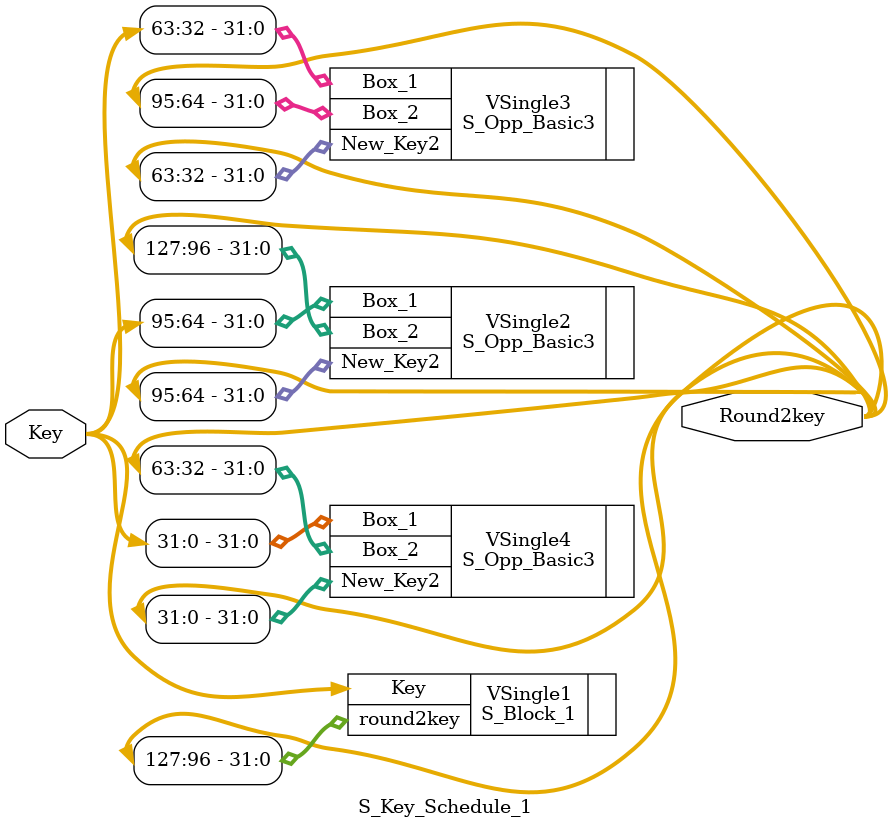
<source format=v>
module S_Key_Schedule_1(Key,Round2key);
  input [127:0]Key;
  output [127:0]Round2key;
  
S_Block_1 VSingle1 (
    .Key(Key),                              
    .round2key(Round2key[127:96])
    );


S_Opp_Basic3 VSingle2 (
    .Box_1(Key[95:64]), 
    .Box_2(Round2key[127:96]), 
    .New_Key2(Round2key[95:64])
    );


S_Opp_Basic3 VSingle3 (
    .Box_1(Key[63:32]), 
    .Box_2(Round2key[95:64]), 
    .New_Key2(Round2key[63:32])
    );


S_Opp_Basic3 VSingle4 (
    .Box_1(Key[31:0]), 
    .Box_2(Round2key[63:32]), 
    .New_Key2(Round2key[31:0])
    );

endmodule


</source>
